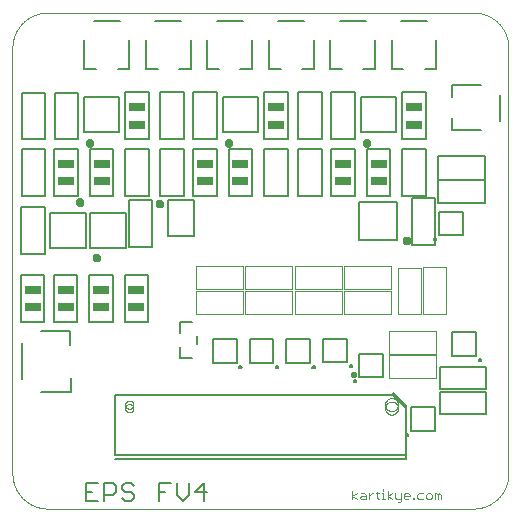
<source format=gto>
G75*
%MOIN*%
%OFA0B0*%
%FSLAX25Y25*%
%IPPOS*%
%LPD*%
%AMOC8*
5,1,8,0,0,1.08239X$1,22.5*
%
%ADD10C,0.00000*%
%ADD11C,0.00591*%
%ADD12C,0.00600*%
%ADD13C,0.01600*%
%ADD14C,0.00300*%
%ADD15C,0.00500*%
%ADD16R,0.05512X0.02559*%
D10*
X0013311Y0018636D02*
X0155043Y0018636D01*
X0155328Y0018639D01*
X0155614Y0018650D01*
X0155899Y0018667D01*
X0156183Y0018691D01*
X0156467Y0018722D01*
X0156750Y0018760D01*
X0157031Y0018805D01*
X0157312Y0018856D01*
X0157592Y0018914D01*
X0157870Y0018979D01*
X0158146Y0019051D01*
X0158420Y0019129D01*
X0158693Y0019214D01*
X0158963Y0019306D01*
X0159231Y0019404D01*
X0159497Y0019508D01*
X0159760Y0019619D01*
X0160020Y0019736D01*
X0160278Y0019859D01*
X0160532Y0019989D01*
X0160783Y0020125D01*
X0161031Y0020266D01*
X0161275Y0020414D01*
X0161516Y0020567D01*
X0161752Y0020727D01*
X0161985Y0020892D01*
X0162214Y0021062D01*
X0162439Y0021238D01*
X0162659Y0021420D01*
X0162875Y0021606D01*
X0163086Y0021798D01*
X0163293Y0021995D01*
X0163495Y0022197D01*
X0163692Y0022404D01*
X0163884Y0022615D01*
X0164070Y0022831D01*
X0164252Y0023051D01*
X0164428Y0023276D01*
X0164598Y0023505D01*
X0164763Y0023738D01*
X0164923Y0023974D01*
X0165076Y0024215D01*
X0165224Y0024459D01*
X0165365Y0024707D01*
X0165501Y0024958D01*
X0165631Y0025212D01*
X0165754Y0025470D01*
X0165871Y0025730D01*
X0165982Y0025993D01*
X0166086Y0026259D01*
X0166184Y0026527D01*
X0166276Y0026797D01*
X0166361Y0027070D01*
X0166439Y0027344D01*
X0166511Y0027620D01*
X0166576Y0027898D01*
X0166634Y0028178D01*
X0166685Y0028459D01*
X0166730Y0028740D01*
X0166768Y0029023D01*
X0166799Y0029307D01*
X0166823Y0029591D01*
X0166840Y0029876D01*
X0166851Y0030162D01*
X0166854Y0030447D01*
X0166854Y0172179D01*
X0166851Y0172464D01*
X0166840Y0172750D01*
X0166823Y0173035D01*
X0166799Y0173319D01*
X0166768Y0173603D01*
X0166730Y0173886D01*
X0166685Y0174167D01*
X0166634Y0174448D01*
X0166576Y0174728D01*
X0166511Y0175006D01*
X0166439Y0175282D01*
X0166361Y0175556D01*
X0166276Y0175829D01*
X0166184Y0176099D01*
X0166086Y0176367D01*
X0165982Y0176633D01*
X0165871Y0176896D01*
X0165754Y0177156D01*
X0165631Y0177414D01*
X0165501Y0177668D01*
X0165365Y0177919D01*
X0165224Y0178167D01*
X0165076Y0178411D01*
X0164923Y0178652D01*
X0164763Y0178888D01*
X0164598Y0179121D01*
X0164428Y0179350D01*
X0164252Y0179575D01*
X0164070Y0179795D01*
X0163884Y0180011D01*
X0163692Y0180222D01*
X0163495Y0180429D01*
X0163293Y0180631D01*
X0163086Y0180828D01*
X0162875Y0181020D01*
X0162659Y0181206D01*
X0162439Y0181388D01*
X0162214Y0181564D01*
X0161985Y0181734D01*
X0161752Y0181899D01*
X0161516Y0182059D01*
X0161275Y0182212D01*
X0161031Y0182360D01*
X0160783Y0182501D01*
X0160532Y0182637D01*
X0160278Y0182767D01*
X0160020Y0182890D01*
X0159760Y0183007D01*
X0159497Y0183118D01*
X0159231Y0183222D01*
X0158963Y0183320D01*
X0158693Y0183412D01*
X0158420Y0183497D01*
X0158146Y0183575D01*
X0157870Y0183647D01*
X0157592Y0183712D01*
X0157312Y0183770D01*
X0157031Y0183821D01*
X0156750Y0183866D01*
X0156467Y0183904D01*
X0156183Y0183935D01*
X0155899Y0183959D01*
X0155614Y0183976D01*
X0155328Y0183987D01*
X0155043Y0183990D01*
X0013311Y0183990D01*
X0013026Y0183987D01*
X0012740Y0183976D01*
X0012455Y0183959D01*
X0012171Y0183935D01*
X0011887Y0183904D01*
X0011604Y0183866D01*
X0011323Y0183821D01*
X0011042Y0183770D01*
X0010762Y0183712D01*
X0010484Y0183647D01*
X0010208Y0183575D01*
X0009934Y0183497D01*
X0009661Y0183412D01*
X0009391Y0183320D01*
X0009123Y0183222D01*
X0008857Y0183118D01*
X0008594Y0183007D01*
X0008334Y0182890D01*
X0008076Y0182767D01*
X0007822Y0182637D01*
X0007571Y0182501D01*
X0007323Y0182360D01*
X0007079Y0182212D01*
X0006838Y0182059D01*
X0006602Y0181899D01*
X0006369Y0181734D01*
X0006140Y0181564D01*
X0005915Y0181388D01*
X0005695Y0181206D01*
X0005479Y0181020D01*
X0005268Y0180828D01*
X0005061Y0180631D01*
X0004859Y0180429D01*
X0004662Y0180222D01*
X0004470Y0180011D01*
X0004284Y0179795D01*
X0004102Y0179575D01*
X0003926Y0179350D01*
X0003756Y0179121D01*
X0003591Y0178888D01*
X0003431Y0178652D01*
X0003278Y0178411D01*
X0003130Y0178167D01*
X0002989Y0177919D01*
X0002853Y0177668D01*
X0002723Y0177414D01*
X0002600Y0177156D01*
X0002483Y0176896D01*
X0002372Y0176633D01*
X0002268Y0176367D01*
X0002170Y0176099D01*
X0002078Y0175829D01*
X0001993Y0175556D01*
X0001915Y0175282D01*
X0001843Y0175006D01*
X0001778Y0174728D01*
X0001720Y0174448D01*
X0001669Y0174167D01*
X0001624Y0173886D01*
X0001586Y0173603D01*
X0001555Y0173319D01*
X0001531Y0173035D01*
X0001514Y0172750D01*
X0001503Y0172464D01*
X0001500Y0172179D01*
X0001500Y0030447D01*
X0001503Y0030162D01*
X0001514Y0029876D01*
X0001531Y0029591D01*
X0001555Y0029307D01*
X0001586Y0029023D01*
X0001624Y0028740D01*
X0001669Y0028459D01*
X0001720Y0028178D01*
X0001778Y0027898D01*
X0001843Y0027620D01*
X0001915Y0027344D01*
X0001993Y0027070D01*
X0002078Y0026797D01*
X0002170Y0026527D01*
X0002268Y0026259D01*
X0002372Y0025993D01*
X0002483Y0025730D01*
X0002600Y0025470D01*
X0002723Y0025212D01*
X0002853Y0024958D01*
X0002989Y0024707D01*
X0003130Y0024459D01*
X0003278Y0024215D01*
X0003431Y0023974D01*
X0003591Y0023738D01*
X0003756Y0023505D01*
X0003926Y0023276D01*
X0004102Y0023051D01*
X0004284Y0022831D01*
X0004470Y0022615D01*
X0004662Y0022404D01*
X0004859Y0022197D01*
X0005061Y0021995D01*
X0005268Y0021798D01*
X0005479Y0021606D01*
X0005695Y0021420D01*
X0005915Y0021238D01*
X0006140Y0021062D01*
X0006369Y0020892D01*
X0006602Y0020727D01*
X0006838Y0020567D01*
X0007079Y0020414D01*
X0007323Y0020266D01*
X0007571Y0020125D01*
X0007822Y0019989D01*
X0008076Y0019859D01*
X0008334Y0019736D01*
X0008594Y0019619D01*
X0008857Y0019508D01*
X0009123Y0019404D01*
X0009391Y0019306D01*
X0009661Y0019214D01*
X0009934Y0019129D01*
X0010208Y0019051D01*
X0010484Y0018979D01*
X0010762Y0018914D01*
X0011042Y0018856D01*
X0011323Y0018805D01*
X0011604Y0018760D01*
X0011887Y0018722D01*
X0012171Y0018691D01*
X0012455Y0018667D01*
X0012740Y0018650D01*
X0013026Y0018639D01*
X0013311Y0018636D01*
X0039098Y0052100D02*
X0039100Y0052174D01*
X0039106Y0052248D01*
X0039116Y0052321D01*
X0039130Y0052394D01*
X0039147Y0052466D01*
X0039169Y0052536D01*
X0039194Y0052606D01*
X0039223Y0052674D01*
X0039256Y0052740D01*
X0039292Y0052805D01*
X0039332Y0052867D01*
X0039374Y0052928D01*
X0039420Y0052986D01*
X0039469Y0053041D01*
X0039521Y0053094D01*
X0039576Y0053144D01*
X0039633Y0053190D01*
X0039693Y0053234D01*
X0039755Y0053274D01*
X0039819Y0053311D01*
X0039885Y0053345D01*
X0039953Y0053375D01*
X0040022Y0053401D01*
X0040093Y0053424D01*
X0040164Y0053442D01*
X0040237Y0053457D01*
X0040310Y0053468D01*
X0040384Y0053475D01*
X0040458Y0053478D01*
X0040531Y0053477D01*
X0040605Y0053472D01*
X0040679Y0053463D01*
X0040752Y0053450D01*
X0040824Y0053433D01*
X0040895Y0053413D01*
X0040965Y0053388D01*
X0041033Y0053360D01*
X0041100Y0053329D01*
X0041165Y0053293D01*
X0041228Y0053255D01*
X0041289Y0053213D01*
X0041348Y0053167D01*
X0041404Y0053119D01*
X0041457Y0053068D01*
X0041507Y0053014D01*
X0041555Y0052957D01*
X0041599Y0052898D01*
X0041641Y0052836D01*
X0041679Y0052773D01*
X0041713Y0052707D01*
X0041744Y0052640D01*
X0041771Y0052571D01*
X0041794Y0052501D01*
X0041814Y0052430D01*
X0041830Y0052357D01*
X0041842Y0052284D01*
X0041850Y0052211D01*
X0041854Y0052137D01*
X0041854Y0052063D01*
X0041850Y0051989D01*
X0041842Y0051916D01*
X0041830Y0051843D01*
X0041814Y0051770D01*
X0041794Y0051699D01*
X0041771Y0051629D01*
X0041744Y0051560D01*
X0041713Y0051493D01*
X0041679Y0051427D01*
X0041641Y0051364D01*
X0041599Y0051302D01*
X0041555Y0051243D01*
X0041507Y0051186D01*
X0041457Y0051132D01*
X0041404Y0051081D01*
X0041348Y0051033D01*
X0041289Y0050987D01*
X0041228Y0050945D01*
X0041165Y0050907D01*
X0041100Y0050871D01*
X0041033Y0050840D01*
X0040965Y0050812D01*
X0040895Y0050787D01*
X0040824Y0050767D01*
X0040752Y0050750D01*
X0040679Y0050737D01*
X0040605Y0050728D01*
X0040531Y0050723D01*
X0040458Y0050722D01*
X0040384Y0050725D01*
X0040310Y0050732D01*
X0040237Y0050743D01*
X0040164Y0050758D01*
X0040093Y0050776D01*
X0040022Y0050799D01*
X0039953Y0050825D01*
X0039885Y0050855D01*
X0039819Y0050889D01*
X0039755Y0050926D01*
X0039693Y0050966D01*
X0039633Y0051010D01*
X0039576Y0051056D01*
X0039521Y0051106D01*
X0039469Y0051159D01*
X0039420Y0051214D01*
X0039374Y0051272D01*
X0039332Y0051333D01*
X0039292Y0051395D01*
X0039256Y0051460D01*
X0039223Y0051526D01*
X0039194Y0051594D01*
X0039169Y0051664D01*
X0039147Y0051734D01*
X0039130Y0051806D01*
X0039116Y0051879D01*
X0039106Y0051952D01*
X0039100Y0052026D01*
X0039098Y0052100D01*
X0039098Y0053281D02*
X0039100Y0053355D01*
X0039106Y0053429D01*
X0039116Y0053502D01*
X0039130Y0053575D01*
X0039147Y0053647D01*
X0039169Y0053717D01*
X0039194Y0053787D01*
X0039223Y0053855D01*
X0039256Y0053921D01*
X0039292Y0053986D01*
X0039332Y0054048D01*
X0039374Y0054109D01*
X0039420Y0054167D01*
X0039469Y0054222D01*
X0039521Y0054275D01*
X0039576Y0054325D01*
X0039633Y0054371D01*
X0039693Y0054415D01*
X0039755Y0054455D01*
X0039819Y0054492D01*
X0039885Y0054526D01*
X0039953Y0054556D01*
X0040022Y0054582D01*
X0040093Y0054605D01*
X0040164Y0054623D01*
X0040237Y0054638D01*
X0040310Y0054649D01*
X0040384Y0054656D01*
X0040458Y0054659D01*
X0040531Y0054658D01*
X0040605Y0054653D01*
X0040679Y0054644D01*
X0040752Y0054631D01*
X0040824Y0054614D01*
X0040895Y0054594D01*
X0040965Y0054569D01*
X0041033Y0054541D01*
X0041100Y0054510D01*
X0041165Y0054474D01*
X0041228Y0054436D01*
X0041289Y0054394D01*
X0041348Y0054348D01*
X0041404Y0054300D01*
X0041457Y0054249D01*
X0041507Y0054195D01*
X0041555Y0054138D01*
X0041599Y0054079D01*
X0041641Y0054017D01*
X0041679Y0053954D01*
X0041713Y0053888D01*
X0041744Y0053821D01*
X0041771Y0053752D01*
X0041794Y0053682D01*
X0041814Y0053611D01*
X0041830Y0053538D01*
X0041842Y0053465D01*
X0041850Y0053392D01*
X0041854Y0053318D01*
X0041854Y0053244D01*
X0041850Y0053170D01*
X0041842Y0053097D01*
X0041830Y0053024D01*
X0041814Y0052951D01*
X0041794Y0052880D01*
X0041771Y0052810D01*
X0041744Y0052741D01*
X0041713Y0052674D01*
X0041679Y0052608D01*
X0041641Y0052545D01*
X0041599Y0052483D01*
X0041555Y0052424D01*
X0041507Y0052367D01*
X0041457Y0052313D01*
X0041404Y0052262D01*
X0041348Y0052214D01*
X0041289Y0052168D01*
X0041228Y0052126D01*
X0041165Y0052088D01*
X0041100Y0052052D01*
X0041033Y0052021D01*
X0040965Y0051993D01*
X0040895Y0051968D01*
X0040824Y0051948D01*
X0040752Y0051931D01*
X0040679Y0051918D01*
X0040605Y0051909D01*
X0040531Y0051904D01*
X0040458Y0051903D01*
X0040384Y0051906D01*
X0040310Y0051913D01*
X0040237Y0051924D01*
X0040164Y0051939D01*
X0040093Y0051957D01*
X0040022Y0051980D01*
X0039953Y0052006D01*
X0039885Y0052036D01*
X0039819Y0052070D01*
X0039755Y0052107D01*
X0039693Y0052147D01*
X0039633Y0052191D01*
X0039576Y0052237D01*
X0039521Y0052287D01*
X0039469Y0052340D01*
X0039420Y0052395D01*
X0039374Y0052453D01*
X0039332Y0052514D01*
X0039292Y0052576D01*
X0039256Y0052641D01*
X0039223Y0052707D01*
X0039194Y0052775D01*
X0039169Y0052845D01*
X0039147Y0052915D01*
X0039130Y0052987D01*
X0039116Y0053060D01*
X0039106Y0053133D01*
X0039100Y0053207D01*
X0039098Y0053281D01*
X0125713Y0053281D02*
X0125715Y0053374D01*
X0125721Y0053466D01*
X0125731Y0053558D01*
X0125745Y0053649D01*
X0125762Y0053740D01*
X0125784Y0053830D01*
X0125809Y0053919D01*
X0125838Y0054007D01*
X0125871Y0054093D01*
X0125908Y0054178D01*
X0125948Y0054262D01*
X0125992Y0054343D01*
X0126039Y0054423D01*
X0126089Y0054501D01*
X0126143Y0054576D01*
X0126200Y0054649D01*
X0126260Y0054719D01*
X0126323Y0054787D01*
X0126389Y0054852D01*
X0126457Y0054914D01*
X0126528Y0054974D01*
X0126602Y0055030D01*
X0126678Y0055083D01*
X0126756Y0055132D01*
X0126836Y0055179D01*
X0126918Y0055221D01*
X0127002Y0055261D01*
X0127087Y0055296D01*
X0127174Y0055328D01*
X0127262Y0055357D01*
X0127351Y0055381D01*
X0127441Y0055402D01*
X0127532Y0055418D01*
X0127624Y0055431D01*
X0127716Y0055440D01*
X0127809Y0055445D01*
X0127901Y0055446D01*
X0127994Y0055443D01*
X0128086Y0055436D01*
X0128178Y0055425D01*
X0128269Y0055410D01*
X0128360Y0055392D01*
X0128450Y0055369D01*
X0128538Y0055343D01*
X0128626Y0055313D01*
X0128712Y0055279D01*
X0128796Y0055242D01*
X0128879Y0055200D01*
X0128960Y0055156D01*
X0129040Y0055108D01*
X0129117Y0055057D01*
X0129191Y0055002D01*
X0129264Y0054944D01*
X0129334Y0054884D01*
X0129401Y0054820D01*
X0129465Y0054754D01*
X0129527Y0054684D01*
X0129585Y0054613D01*
X0129640Y0054539D01*
X0129692Y0054462D01*
X0129741Y0054383D01*
X0129787Y0054303D01*
X0129829Y0054220D01*
X0129867Y0054136D01*
X0129902Y0054050D01*
X0129933Y0053963D01*
X0129960Y0053875D01*
X0129983Y0053785D01*
X0130003Y0053695D01*
X0130019Y0053604D01*
X0130031Y0053512D01*
X0130039Y0053420D01*
X0130043Y0053327D01*
X0130043Y0053235D01*
X0130039Y0053142D01*
X0130031Y0053050D01*
X0130019Y0052958D01*
X0130003Y0052867D01*
X0129983Y0052777D01*
X0129960Y0052687D01*
X0129933Y0052599D01*
X0129902Y0052512D01*
X0129867Y0052426D01*
X0129829Y0052342D01*
X0129787Y0052259D01*
X0129741Y0052179D01*
X0129692Y0052100D01*
X0129640Y0052023D01*
X0129585Y0051949D01*
X0129527Y0051878D01*
X0129465Y0051808D01*
X0129401Y0051742D01*
X0129334Y0051678D01*
X0129264Y0051618D01*
X0129191Y0051560D01*
X0129117Y0051505D01*
X0129040Y0051454D01*
X0128961Y0051406D01*
X0128879Y0051362D01*
X0128796Y0051320D01*
X0128712Y0051283D01*
X0128626Y0051249D01*
X0128538Y0051219D01*
X0128450Y0051193D01*
X0128360Y0051170D01*
X0128269Y0051152D01*
X0128178Y0051137D01*
X0128086Y0051126D01*
X0127994Y0051119D01*
X0127901Y0051116D01*
X0127809Y0051117D01*
X0127716Y0051122D01*
X0127624Y0051131D01*
X0127532Y0051144D01*
X0127441Y0051160D01*
X0127351Y0051181D01*
X0127262Y0051205D01*
X0127174Y0051234D01*
X0127087Y0051266D01*
X0127002Y0051301D01*
X0126918Y0051341D01*
X0126836Y0051383D01*
X0126756Y0051430D01*
X0126678Y0051479D01*
X0126602Y0051532D01*
X0126528Y0051588D01*
X0126457Y0051648D01*
X0126389Y0051710D01*
X0126323Y0051775D01*
X0126260Y0051843D01*
X0126200Y0051913D01*
X0126143Y0051986D01*
X0126089Y0052061D01*
X0126039Y0052139D01*
X0125992Y0052219D01*
X0125948Y0052300D01*
X0125908Y0052384D01*
X0125871Y0052469D01*
X0125838Y0052555D01*
X0125809Y0052643D01*
X0125784Y0052732D01*
X0125762Y0052822D01*
X0125745Y0052913D01*
X0125731Y0053004D01*
X0125721Y0053096D01*
X0125715Y0053188D01*
X0125713Y0053281D01*
X0125713Y0052100D02*
X0125715Y0052193D01*
X0125721Y0052285D01*
X0125731Y0052377D01*
X0125745Y0052468D01*
X0125762Y0052559D01*
X0125784Y0052649D01*
X0125809Y0052738D01*
X0125838Y0052826D01*
X0125871Y0052912D01*
X0125908Y0052997D01*
X0125948Y0053081D01*
X0125992Y0053162D01*
X0126039Y0053242D01*
X0126089Y0053320D01*
X0126143Y0053395D01*
X0126200Y0053468D01*
X0126260Y0053538D01*
X0126323Y0053606D01*
X0126389Y0053671D01*
X0126457Y0053733D01*
X0126528Y0053793D01*
X0126602Y0053849D01*
X0126678Y0053902D01*
X0126756Y0053951D01*
X0126836Y0053998D01*
X0126918Y0054040D01*
X0127002Y0054080D01*
X0127087Y0054115D01*
X0127174Y0054147D01*
X0127262Y0054176D01*
X0127351Y0054200D01*
X0127441Y0054221D01*
X0127532Y0054237D01*
X0127624Y0054250D01*
X0127716Y0054259D01*
X0127809Y0054264D01*
X0127901Y0054265D01*
X0127994Y0054262D01*
X0128086Y0054255D01*
X0128178Y0054244D01*
X0128269Y0054229D01*
X0128360Y0054211D01*
X0128450Y0054188D01*
X0128538Y0054162D01*
X0128626Y0054132D01*
X0128712Y0054098D01*
X0128796Y0054061D01*
X0128879Y0054019D01*
X0128960Y0053975D01*
X0129040Y0053927D01*
X0129117Y0053876D01*
X0129191Y0053821D01*
X0129264Y0053763D01*
X0129334Y0053703D01*
X0129401Y0053639D01*
X0129465Y0053573D01*
X0129527Y0053503D01*
X0129585Y0053432D01*
X0129640Y0053358D01*
X0129692Y0053281D01*
X0129741Y0053202D01*
X0129787Y0053122D01*
X0129829Y0053039D01*
X0129867Y0052955D01*
X0129902Y0052869D01*
X0129933Y0052782D01*
X0129960Y0052694D01*
X0129983Y0052604D01*
X0130003Y0052514D01*
X0130019Y0052423D01*
X0130031Y0052331D01*
X0130039Y0052239D01*
X0130043Y0052146D01*
X0130043Y0052054D01*
X0130039Y0051961D01*
X0130031Y0051869D01*
X0130019Y0051777D01*
X0130003Y0051686D01*
X0129983Y0051596D01*
X0129960Y0051506D01*
X0129933Y0051418D01*
X0129902Y0051331D01*
X0129867Y0051245D01*
X0129829Y0051161D01*
X0129787Y0051078D01*
X0129741Y0050998D01*
X0129692Y0050919D01*
X0129640Y0050842D01*
X0129585Y0050768D01*
X0129527Y0050697D01*
X0129465Y0050627D01*
X0129401Y0050561D01*
X0129334Y0050497D01*
X0129264Y0050437D01*
X0129191Y0050379D01*
X0129117Y0050324D01*
X0129040Y0050273D01*
X0128961Y0050225D01*
X0128879Y0050181D01*
X0128796Y0050139D01*
X0128712Y0050102D01*
X0128626Y0050068D01*
X0128538Y0050038D01*
X0128450Y0050012D01*
X0128360Y0049989D01*
X0128269Y0049971D01*
X0128178Y0049956D01*
X0128086Y0049945D01*
X0127994Y0049938D01*
X0127901Y0049935D01*
X0127809Y0049936D01*
X0127716Y0049941D01*
X0127624Y0049950D01*
X0127532Y0049963D01*
X0127441Y0049979D01*
X0127351Y0050000D01*
X0127262Y0050024D01*
X0127174Y0050053D01*
X0127087Y0050085D01*
X0127002Y0050120D01*
X0126918Y0050160D01*
X0126836Y0050202D01*
X0126756Y0050249D01*
X0126678Y0050298D01*
X0126602Y0050351D01*
X0126528Y0050407D01*
X0126457Y0050467D01*
X0126389Y0050529D01*
X0126323Y0050594D01*
X0126260Y0050662D01*
X0126200Y0050732D01*
X0126143Y0050805D01*
X0126089Y0050880D01*
X0126039Y0050958D01*
X0125992Y0051038D01*
X0125948Y0051119D01*
X0125908Y0051203D01*
X0125871Y0051288D01*
X0125838Y0051374D01*
X0125809Y0051462D01*
X0125784Y0051551D01*
X0125762Y0051641D01*
X0125745Y0051732D01*
X0125731Y0051823D01*
X0125721Y0051915D01*
X0125715Y0052007D01*
X0125713Y0052100D01*
D11*
X0128272Y0056431D02*
X0035752Y0056431D01*
X0035752Y0036352D01*
X0132602Y0036352D01*
X0132602Y0052100D01*
X0128272Y0056431D01*
X0128272Y0057219D02*
X0132602Y0052888D01*
X0132602Y0035171D01*
X0035752Y0035171D01*
D12*
X0057504Y0068815D02*
X0061304Y0068815D01*
X0057504Y0068815D02*
X0057504Y0072415D01*
X0057504Y0077215D02*
X0057504Y0080815D01*
X0061304Y0080815D01*
X0063104Y0076115D02*
X0063104Y0073515D01*
X0046776Y0080841D02*
X0038902Y0080841D01*
X0038902Y0096589D01*
X0046776Y0096589D01*
X0046776Y0080841D01*
X0034965Y0080841D02*
X0034965Y0096589D01*
X0027091Y0096589D01*
X0027091Y0080841D01*
X0034965Y0080841D01*
X0023154Y0080841D02*
X0023154Y0096589D01*
X0015280Y0096589D01*
X0015280Y0080841D01*
X0023154Y0080841D01*
X0012130Y0080841D02*
X0012130Y0096589D01*
X0004256Y0096589D01*
X0004256Y0080841D01*
X0012130Y0080841D01*
X0012228Y0103380D02*
X0004354Y0103380D01*
X0004354Y0119128D01*
X0012228Y0119128D01*
X0012228Y0103380D01*
X0014098Y0105447D02*
X0014098Y0115683D01*
X0014104Y0115052D02*
X0014104Y0117252D01*
X0014098Y0117258D02*
X0025909Y0117258D01*
X0025909Y0105447D01*
X0014098Y0105447D01*
X0014104Y0105452D02*
X0014104Y0107652D01*
X0025904Y0107652D02*
X0025904Y0105452D01*
X0027484Y0105447D02*
X0027484Y0117258D01*
X0039295Y0117258D01*
X0039295Y0105447D01*
X0027484Y0105447D01*
X0027490Y0105452D02*
X0027490Y0107652D01*
X0027490Y0115052D02*
X0027490Y0117252D01*
X0025904Y0117252D02*
X0025904Y0115052D01*
X0027287Y0122770D02*
X0027287Y0138518D01*
X0035161Y0138518D01*
X0035161Y0122770D01*
X0027287Y0122770D01*
X0023350Y0122770D02*
X0015476Y0122770D01*
X0015476Y0138518D01*
X0023350Y0138518D01*
X0023350Y0122770D01*
X0012254Y0122815D02*
X0012254Y0138415D01*
X0004554Y0138415D01*
X0004554Y0122815D01*
X0012254Y0122815D01*
X0012254Y0141815D02*
X0004654Y0141815D01*
X0004654Y0157215D01*
X0012254Y0157215D01*
X0012254Y0141815D01*
X0015554Y0141815D02*
X0015554Y0157315D01*
X0023254Y0157315D01*
X0023254Y0141815D01*
X0015554Y0141815D01*
X0025324Y0144035D02*
X0025324Y0146235D01*
X0025354Y0144015D02*
X0037154Y0144015D01*
X0037154Y0155915D01*
X0025354Y0155915D01*
X0025324Y0155835D02*
X0025324Y0153635D01*
X0025354Y0155815D02*
X0025354Y0144015D01*
X0037124Y0144035D02*
X0037124Y0146235D01*
X0039098Y0141667D02*
X0039098Y0157415D01*
X0046972Y0157415D01*
X0046972Y0141667D01*
X0039098Y0141667D01*
X0039098Y0138518D02*
X0039098Y0122770D01*
X0046972Y0122770D01*
X0046972Y0138518D01*
X0039098Y0138518D01*
X0050713Y0138518D02*
X0058587Y0138518D01*
X0058587Y0122770D01*
X0050713Y0122770D01*
X0050713Y0138518D01*
X0050713Y0141667D02*
X0050713Y0157415D01*
X0058587Y0157415D01*
X0058587Y0141667D01*
X0050713Y0141667D01*
X0061736Y0141667D02*
X0069610Y0141667D01*
X0069610Y0157415D01*
X0061736Y0157415D01*
X0061736Y0141667D01*
X0061736Y0138518D02*
X0069610Y0138518D01*
X0069610Y0122770D01*
X0061736Y0122770D01*
X0061736Y0138518D01*
X0071579Y0144030D02*
X0071579Y0155841D01*
X0083390Y0155841D01*
X0083390Y0144030D01*
X0071579Y0144030D01*
X0071584Y0144035D02*
X0071584Y0146235D01*
X0071584Y0153635D02*
X0071584Y0155835D01*
X0083384Y0155835D02*
X0083384Y0153635D01*
X0085358Y0157415D02*
X0093232Y0157415D01*
X0093232Y0141667D01*
X0085358Y0141667D01*
X0085358Y0157415D01*
X0083384Y0146235D02*
X0083384Y0144035D01*
X0081421Y0138518D02*
X0073547Y0138518D01*
X0073547Y0122770D01*
X0081421Y0122770D01*
X0081421Y0138518D01*
X0085358Y0138518D02*
X0093232Y0138518D01*
X0093232Y0122770D01*
X0085358Y0122770D01*
X0085358Y0138518D01*
X0096776Y0138518D02*
X0104650Y0138518D01*
X0104650Y0122770D01*
X0096776Y0122770D01*
X0096776Y0138518D01*
X0096776Y0141667D02*
X0104650Y0141667D01*
X0104650Y0157415D01*
X0096776Y0157415D01*
X0096776Y0141667D01*
X0107799Y0141667D02*
X0115673Y0141667D01*
X0115673Y0157415D01*
X0107799Y0157415D01*
X0107799Y0141667D01*
X0107799Y0138518D02*
X0115673Y0138518D01*
X0115673Y0122770D01*
X0107799Y0122770D01*
X0107799Y0138518D01*
X0117642Y0144030D02*
X0129453Y0144030D01*
X0129453Y0155841D01*
X0117642Y0155841D01*
X0117647Y0155835D02*
X0117647Y0153635D01*
X0117642Y0153872D02*
X0117642Y0144030D01*
X0117647Y0144035D02*
X0117647Y0146235D01*
X0119610Y0138518D02*
X0127484Y0138518D01*
X0127484Y0122770D01*
X0119610Y0122770D01*
X0119610Y0138518D01*
X0129447Y0144035D02*
X0129447Y0146235D01*
X0131421Y0141667D02*
X0139295Y0141667D01*
X0139295Y0157415D01*
X0131421Y0157415D01*
X0131421Y0141667D01*
X0131421Y0138518D02*
X0139295Y0138518D01*
X0139295Y0122770D01*
X0131421Y0122770D01*
X0131421Y0138518D01*
X0143429Y0136057D02*
X0143429Y0128183D01*
X0143429Y0120506D01*
X0159079Y0120506D01*
X0159079Y0128183D01*
X0159079Y0136057D01*
X0143429Y0136057D01*
X0143429Y0128183D02*
X0159079Y0128183D01*
X0142445Y0122081D02*
X0142445Y0106530D01*
X0134571Y0106530D01*
X0134571Y0122081D01*
X0142445Y0122081D01*
X0129550Y0120702D02*
X0117150Y0120702D01*
X0117130Y0120722D02*
X0117130Y0108281D01*
X0117051Y0108281D01*
X0117150Y0108302D02*
X0129550Y0108302D01*
X0129531Y0108281D02*
X0129531Y0120683D01*
X0129413Y0120683D01*
X0129447Y0153635D02*
X0129447Y0155835D01*
X0061933Y0121589D02*
X0061933Y0109384D01*
X0061146Y0109384D01*
X0061506Y0109386D02*
X0053306Y0109386D01*
X0053232Y0109384D02*
X0053232Y0121589D01*
X0053547Y0121589D01*
X0053306Y0121586D02*
X0061506Y0121586D01*
X0061421Y0121589D02*
X0061933Y0121589D01*
X0053469Y0109384D02*
X0053232Y0109384D01*
X0048154Y0105841D02*
X0048154Y0121589D01*
X0040280Y0121589D01*
X0040280Y0105841D01*
X0048154Y0105841D01*
X0039290Y0105452D02*
X0039290Y0107652D01*
X0039290Y0115052D02*
X0039290Y0117252D01*
X0037124Y0153635D02*
X0037124Y0155835D01*
X0143921Y0065978D02*
X0143921Y0058400D01*
X0159374Y0058400D01*
X0159374Y0065978D01*
X0143921Y0065978D01*
X0143921Y0057612D02*
X0143921Y0050132D01*
X0159472Y0050132D01*
X0159472Y0057612D01*
X0143921Y0057612D01*
D13*
X0114886Y0063321D02*
X0114888Y0063348D01*
X0114894Y0063375D01*
X0114903Y0063401D01*
X0114916Y0063425D01*
X0114932Y0063448D01*
X0114951Y0063467D01*
X0114973Y0063484D01*
X0114997Y0063498D01*
X0115022Y0063508D01*
X0115049Y0063515D01*
X0115076Y0063518D01*
X0115104Y0063517D01*
X0115131Y0063512D01*
X0115157Y0063504D01*
X0115181Y0063492D01*
X0115204Y0063476D01*
X0115225Y0063458D01*
X0115242Y0063437D01*
X0115257Y0063413D01*
X0115268Y0063388D01*
X0115276Y0063362D01*
X0115280Y0063335D01*
X0115280Y0063307D01*
X0115276Y0063280D01*
X0115268Y0063254D01*
X0115257Y0063229D01*
X0115242Y0063205D01*
X0115225Y0063184D01*
X0115204Y0063166D01*
X0115182Y0063150D01*
X0115157Y0063138D01*
X0115131Y0063130D01*
X0115104Y0063125D01*
X0115076Y0063124D01*
X0115049Y0063127D01*
X0115022Y0063134D01*
X0114997Y0063144D01*
X0114973Y0063158D01*
X0114951Y0063175D01*
X0114932Y0063194D01*
X0114916Y0063217D01*
X0114903Y0063241D01*
X0114894Y0063267D01*
X0114888Y0063294D01*
X0114886Y0063321D01*
X0132400Y0108006D02*
X0132402Y0108053D01*
X0132408Y0108099D01*
X0132417Y0108145D01*
X0132431Y0108189D01*
X0132448Y0108233D01*
X0132469Y0108274D01*
X0132493Y0108314D01*
X0132520Y0108352D01*
X0132551Y0108387D01*
X0132584Y0108420D01*
X0132620Y0108450D01*
X0132659Y0108476D01*
X0132699Y0108500D01*
X0132741Y0108519D01*
X0132785Y0108536D01*
X0132830Y0108548D01*
X0132876Y0108557D01*
X0132922Y0108562D01*
X0132969Y0108563D01*
X0133015Y0108560D01*
X0133061Y0108553D01*
X0133107Y0108542D01*
X0133151Y0108528D01*
X0133194Y0108510D01*
X0133235Y0108488D01*
X0133275Y0108463D01*
X0133312Y0108435D01*
X0133347Y0108404D01*
X0133379Y0108370D01*
X0133408Y0108333D01*
X0133433Y0108295D01*
X0133456Y0108254D01*
X0133475Y0108211D01*
X0133490Y0108167D01*
X0133502Y0108122D01*
X0133510Y0108076D01*
X0133514Y0108029D01*
X0133514Y0107983D01*
X0133510Y0107936D01*
X0133502Y0107890D01*
X0133490Y0107845D01*
X0133475Y0107801D01*
X0133456Y0107758D01*
X0133433Y0107717D01*
X0133408Y0107679D01*
X0133379Y0107642D01*
X0133347Y0107608D01*
X0133312Y0107577D01*
X0133275Y0107549D01*
X0133236Y0107524D01*
X0133194Y0107502D01*
X0133151Y0107484D01*
X0133107Y0107470D01*
X0133061Y0107459D01*
X0133015Y0107452D01*
X0132969Y0107449D01*
X0132922Y0107450D01*
X0132876Y0107455D01*
X0132830Y0107464D01*
X0132785Y0107476D01*
X0132741Y0107493D01*
X0132699Y0107512D01*
X0132659Y0107536D01*
X0132620Y0107562D01*
X0132584Y0107592D01*
X0132551Y0107625D01*
X0132520Y0107660D01*
X0132493Y0107698D01*
X0132469Y0107738D01*
X0132448Y0107779D01*
X0132431Y0107823D01*
X0132417Y0107867D01*
X0132408Y0107913D01*
X0132402Y0107959D01*
X0132400Y0108006D01*
X0119053Y0140486D02*
X0119055Y0140533D01*
X0119061Y0140579D01*
X0119070Y0140625D01*
X0119084Y0140669D01*
X0119101Y0140713D01*
X0119122Y0140754D01*
X0119146Y0140794D01*
X0119173Y0140832D01*
X0119204Y0140867D01*
X0119237Y0140900D01*
X0119273Y0140930D01*
X0119312Y0140956D01*
X0119352Y0140980D01*
X0119394Y0140999D01*
X0119438Y0141016D01*
X0119483Y0141028D01*
X0119529Y0141037D01*
X0119575Y0141042D01*
X0119622Y0141043D01*
X0119668Y0141040D01*
X0119714Y0141033D01*
X0119760Y0141022D01*
X0119804Y0141008D01*
X0119847Y0140990D01*
X0119888Y0140968D01*
X0119928Y0140943D01*
X0119965Y0140915D01*
X0120000Y0140884D01*
X0120032Y0140850D01*
X0120061Y0140813D01*
X0120086Y0140775D01*
X0120109Y0140734D01*
X0120128Y0140691D01*
X0120143Y0140647D01*
X0120155Y0140602D01*
X0120163Y0140556D01*
X0120167Y0140509D01*
X0120167Y0140463D01*
X0120163Y0140416D01*
X0120155Y0140370D01*
X0120143Y0140325D01*
X0120128Y0140281D01*
X0120109Y0140238D01*
X0120086Y0140197D01*
X0120061Y0140159D01*
X0120032Y0140122D01*
X0120000Y0140088D01*
X0119965Y0140057D01*
X0119928Y0140029D01*
X0119889Y0140004D01*
X0119847Y0139982D01*
X0119804Y0139964D01*
X0119760Y0139950D01*
X0119714Y0139939D01*
X0119668Y0139932D01*
X0119622Y0139929D01*
X0119575Y0139930D01*
X0119529Y0139935D01*
X0119483Y0139944D01*
X0119438Y0139956D01*
X0119394Y0139973D01*
X0119352Y0139992D01*
X0119312Y0140016D01*
X0119273Y0140042D01*
X0119237Y0140072D01*
X0119204Y0140105D01*
X0119173Y0140140D01*
X0119146Y0140178D01*
X0119122Y0140218D01*
X0119101Y0140259D01*
X0119084Y0140303D01*
X0119070Y0140347D01*
X0119061Y0140393D01*
X0119055Y0140439D01*
X0119053Y0140486D01*
X0072990Y0140486D02*
X0072992Y0140533D01*
X0072998Y0140579D01*
X0073007Y0140625D01*
X0073021Y0140669D01*
X0073038Y0140713D01*
X0073059Y0140754D01*
X0073083Y0140794D01*
X0073110Y0140832D01*
X0073141Y0140867D01*
X0073174Y0140900D01*
X0073210Y0140930D01*
X0073249Y0140956D01*
X0073289Y0140980D01*
X0073331Y0140999D01*
X0073375Y0141016D01*
X0073420Y0141028D01*
X0073466Y0141037D01*
X0073512Y0141042D01*
X0073559Y0141043D01*
X0073605Y0141040D01*
X0073651Y0141033D01*
X0073697Y0141022D01*
X0073741Y0141008D01*
X0073784Y0140990D01*
X0073825Y0140968D01*
X0073865Y0140943D01*
X0073902Y0140915D01*
X0073937Y0140884D01*
X0073969Y0140850D01*
X0073998Y0140813D01*
X0074023Y0140775D01*
X0074046Y0140734D01*
X0074065Y0140691D01*
X0074080Y0140647D01*
X0074092Y0140602D01*
X0074100Y0140556D01*
X0074104Y0140509D01*
X0074104Y0140463D01*
X0074100Y0140416D01*
X0074092Y0140370D01*
X0074080Y0140325D01*
X0074065Y0140281D01*
X0074046Y0140238D01*
X0074023Y0140197D01*
X0073998Y0140159D01*
X0073969Y0140122D01*
X0073937Y0140088D01*
X0073902Y0140057D01*
X0073865Y0140029D01*
X0073826Y0140004D01*
X0073784Y0139982D01*
X0073741Y0139964D01*
X0073697Y0139950D01*
X0073651Y0139939D01*
X0073605Y0139932D01*
X0073559Y0139929D01*
X0073512Y0139930D01*
X0073466Y0139935D01*
X0073420Y0139944D01*
X0073375Y0139956D01*
X0073331Y0139973D01*
X0073289Y0139992D01*
X0073249Y0140016D01*
X0073210Y0140042D01*
X0073174Y0140072D01*
X0073141Y0140105D01*
X0073110Y0140140D01*
X0073083Y0140178D01*
X0073059Y0140218D01*
X0073038Y0140259D01*
X0073021Y0140303D01*
X0073007Y0140347D01*
X0072998Y0140393D01*
X0072992Y0140439D01*
X0072990Y0140486D01*
X0049919Y0120250D02*
X0049921Y0120297D01*
X0049927Y0120343D01*
X0049936Y0120389D01*
X0049950Y0120433D01*
X0049967Y0120477D01*
X0049988Y0120518D01*
X0050012Y0120558D01*
X0050039Y0120596D01*
X0050070Y0120631D01*
X0050103Y0120664D01*
X0050139Y0120694D01*
X0050178Y0120720D01*
X0050218Y0120744D01*
X0050260Y0120763D01*
X0050304Y0120780D01*
X0050349Y0120792D01*
X0050395Y0120801D01*
X0050441Y0120806D01*
X0050488Y0120807D01*
X0050534Y0120804D01*
X0050580Y0120797D01*
X0050626Y0120786D01*
X0050670Y0120772D01*
X0050713Y0120754D01*
X0050754Y0120732D01*
X0050794Y0120707D01*
X0050831Y0120679D01*
X0050866Y0120648D01*
X0050898Y0120614D01*
X0050927Y0120577D01*
X0050952Y0120539D01*
X0050975Y0120498D01*
X0050994Y0120455D01*
X0051009Y0120411D01*
X0051021Y0120366D01*
X0051029Y0120320D01*
X0051033Y0120273D01*
X0051033Y0120227D01*
X0051029Y0120180D01*
X0051021Y0120134D01*
X0051009Y0120089D01*
X0050994Y0120045D01*
X0050975Y0120002D01*
X0050952Y0119961D01*
X0050927Y0119923D01*
X0050898Y0119886D01*
X0050866Y0119852D01*
X0050831Y0119821D01*
X0050794Y0119793D01*
X0050755Y0119768D01*
X0050713Y0119746D01*
X0050670Y0119728D01*
X0050626Y0119714D01*
X0050580Y0119703D01*
X0050534Y0119696D01*
X0050488Y0119693D01*
X0050441Y0119694D01*
X0050395Y0119699D01*
X0050349Y0119708D01*
X0050304Y0119720D01*
X0050260Y0119737D01*
X0050218Y0119756D01*
X0050178Y0119780D01*
X0050139Y0119806D01*
X0050103Y0119836D01*
X0050070Y0119869D01*
X0050039Y0119904D01*
X0050012Y0119942D01*
X0049988Y0119982D01*
X0049967Y0120023D01*
X0049950Y0120067D01*
X0049936Y0120111D01*
X0049927Y0120157D01*
X0049921Y0120203D01*
X0049919Y0120250D01*
X0028896Y0102297D02*
X0028898Y0102344D01*
X0028904Y0102390D01*
X0028913Y0102436D01*
X0028927Y0102480D01*
X0028944Y0102524D01*
X0028965Y0102565D01*
X0028989Y0102605D01*
X0029016Y0102643D01*
X0029047Y0102678D01*
X0029080Y0102711D01*
X0029116Y0102741D01*
X0029155Y0102767D01*
X0029195Y0102791D01*
X0029237Y0102810D01*
X0029281Y0102827D01*
X0029326Y0102839D01*
X0029372Y0102848D01*
X0029418Y0102853D01*
X0029465Y0102854D01*
X0029511Y0102851D01*
X0029557Y0102844D01*
X0029603Y0102833D01*
X0029647Y0102819D01*
X0029690Y0102801D01*
X0029731Y0102779D01*
X0029771Y0102754D01*
X0029808Y0102726D01*
X0029843Y0102695D01*
X0029875Y0102661D01*
X0029904Y0102624D01*
X0029929Y0102586D01*
X0029952Y0102545D01*
X0029971Y0102502D01*
X0029986Y0102458D01*
X0029998Y0102413D01*
X0030006Y0102367D01*
X0030010Y0102320D01*
X0030010Y0102274D01*
X0030006Y0102227D01*
X0029998Y0102181D01*
X0029986Y0102136D01*
X0029971Y0102092D01*
X0029952Y0102049D01*
X0029929Y0102008D01*
X0029904Y0101970D01*
X0029875Y0101933D01*
X0029843Y0101899D01*
X0029808Y0101868D01*
X0029771Y0101840D01*
X0029732Y0101815D01*
X0029690Y0101793D01*
X0029647Y0101775D01*
X0029603Y0101761D01*
X0029557Y0101750D01*
X0029511Y0101743D01*
X0029465Y0101740D01*
X0029418Y0101741D01*
X0029372Y0101746D01*
X0029326Y0101755D01*
X0029281Y0101767D01*
X0029237Y0101784D01*
X0029195Y0101803D01*
X0029155Y0101827D01*
X0029116Y0101853D01*
X0029080Y0101883D01*
X0029047Y0101916D01*
X0029016Y0101951D01*
X0028989Y0101989D01*
X0028965Y0102029D01*
X0028944Y0102070D01*
X0028927Y0102114D01*
X0028913Y0102158D01*
X0028904Y0102204D01*
X0028898Y0102250D01*
X0028896Y0102297D01*
X0023384Y0120801D02*
X0023386Y0120848D01*
X0023392Y0120894D01*
X0023401Y0120940D01*
X0023415Y0120984D01*
X0023432Y0121028D01*
X0023453Y0121069D01*
X0023477Y0121109D01*
X0023504Y0121147D01*
X0023535Y0121182D01*
X0023568Y0121215D01*
X0023604Y0121245D01*
X0023643Y0121271D01*
X0023683Y0121295D01*
X0023725Y0121314D01*
X0023769Y0121331D01*
X0023814Y0121343D01*
X0023860Y0121352D01*
X0023906Y0121357D01*
X0023953Y0121358D01*
X0023999Y0121355D01*
X0024045Y0121348D01*
X0024091Y0121337D01*
X0024135Y0121323D01*
X0024178Y0121305D01*
X0024219Y0121283D01*
X0024259Y0121258D01*
X0024296Y0121230D01*
X0024331Y0121199D01*
X0024363Y0121165D01*
X0024392Y0121128D01*
X0024417Y0121090D01*
X0024440Y0121049D01*
X0024459Y0121006D01*
X0024474Y0120962D01*
X0024486Y0120917D01*
X0024494Y0120871D01*
X0024498Y0120824D01*
X0024498Y0120778D01*
X0024494Y0120731D01*
X0024486Y0120685D01*
X0024474Y0120640D01*
X0024459Y0120596D01*
X0024440Y0120553D01*
X0024417Y0120512D01*
X0024392Y0120474D01*
X0024363Y0120437D01*
X0024331Y0120403D01*
X0024296Y0120372D01*
X0024259Y0120344D01*
X0024220Y0120319D01*
X0024178Y0120297D01*
X0024135Y0120279D01*
X0024091Y0120265D01*
X0024045Y0120254D01*
X0023999Y0120247D01*
X0023953Y0120244D01*
X0023906Y0120245D01*
X0023860Y0120250D01*
X0023814Y0120259D01*
X0023769Y0120271D01*
X0023725Y0120288D01*
X0023683Y0120307D01*
X0023643Y0120331D01*
X0023604Y0120357D01*
X0023568Y0120387D01*
X0023535Y0120420D01*
X0023504Y0120455D01*
X0023477Y0120493D01*
X0023453Y0120533D01*
X0023432Y0120574D01*
X0023415Y0120618D01*
X0023401Y0120662D01*
X0023392Y0120708D01*
X0023386Y0120754D01*
X0023384Y0120801D01*
X0026730Y0140486D02*
X0026732Y0140533D01*
X0026738Y0140579D01*
X0026747Y0140625D01*
X0026761Y0140669D01*
X0026778Y0140713D01*
X0026799Y0140754D01*
X0026823Y0140794D01*
X0026850Y0140832D01*
X0026881Y0140867D01*
X0026914Y0140900D01*
X0026950Y0140930D01*
X0026989Y0140956D01*
X0027029Y0140980D01*
X0027071Y0140999D01*
X0027115Y0141016D01*
X0027160Y0141028D01*
X0027206Y0141037D01*
X0027252Y0141042D01*
X0027299Y0141043D01*
X0027345Y0141040D01*
X0027391Y0141033D01*
X0027437Y0141022D01*
X0027481Y0141008D01*
X0027524Y0140990D01*
X0027565Y0140968D01*
X0027605Y0140943D01*
X0027642Y0140915D01*
X0027677Y0140884D01*
X0027709Y0140850D01*
X0027738Y0140813D01*
X0027763Y0140775D01*
X0027786Y0140734D01*
X0027805Y0140691D01*
X0027820Y0140647D01*
X0027832Y0140602D01*
X0027840Y0140556D01*
X0027844Y0140509D01*
X0027844Y0140463D01*
X0027840Y0140416D01*
X0027832Y0140370D01*
X0027820Y0140325D01*
X0027805Y0140281D01*
X0027786Y0140238D01*
X0027763Y0140197D01*
X0027738Y0140159D01*
X0027709Y0140122D01*
X0027677Y0140088D01*
X0027642Y0140057D01*
X0027605Y0140029D01*
X0027566Y0140004D01*
X0027524Y0139982D01*
X0027481Y0139964D01*
X0027437Y0139950D01*
X0027391Y0139939D01*
X0027345Y0139932D01*
X0027299Y0139929D01*
X0027252Y0139930D01*
X0027206Y0139935D01*
X0027160Y0139944D01*
X0027115Y0139956D01*
X0027071Y0139973D01*
X0027029Y0139992D01*
X0026989Y0140016D01*
X0026950Y0140042D01*
X0026914Y0140072D01*
X0026881Y0140105D01*
X0026850Y0140140D01*
X0026823Y0140178D01*
X0026799Y0140218D01*
X0026778Y0140259D01*
X0026761Y0140303D01*
X0026747Y0140347D01*
X0026738Y0140393D01*
X0026732Y0140439D01*
X0026730Y0140486D01*
D14*
X0062720Y0099344D02*
X0062720Y0091667D01*
X0078272Y0091667D01*
X0078272Y0099344D01*
X0062720Y0099344D01*
X0062720Y0091077D02*
X0062720Y0083400D01*
X0078272Y0083400D01*
X0078272Y0091077D01*
X0062720Y0091077D01*
X0079157Y0091077D02*
X0079157Y0083400D01*
X0094709Y0083400D01*
X0094709Y0091077D01*
X0079157Y0091077D01*
X0079157Y0091667D02*
X0079157Y0099344D01*
X0094709Y0099344D01*
X0094709Y0091667D01*
X0079157Y0091667D01*
X0095693Y0091667D02*
X0095693Y0099344D01*
X0111244Y0099344D01*
X0111244Y0091667D01*
X0095693Y0091667D01*
X0095693Y0091077D02*
X0095693Y0083400D01*
X0111244Y0083400D01*
X0111244Y0091077D01*
X0095693Y0091077D01*
X0112031Y0091077D02*
X0112031Y0083400D01*
X0127583Y0083400D01*
X0127583Y0091077D01*
X0112031Y0091077D01*
X0112130Y0091667D02*
X0112130Y0099344D01*
X0127681Y0099344D01*
X0127681Y0091667D01*
X0112130Y0091667D01*
X0127091Y0077986D02*
X0127091Y0070309D01*
X0142642Y0070309D01*
X0142642Y0077986D01*
X0127091Y0077986D01*
X0130142Y0083400D02*
X0137819Y0083400D01*
X0137819Y0098951D01*
X0130142Y0098951D01*
X0130142Y0083400D01*
X0138311Y0083498D02*
X0146087Y0083498D01*
X0146087Y0099049D01*
X0138311Y0099049D01*
X0138311Y0083498D01*
X0142642Y0069817D02*
X0127091Y0069817D01*
X0127091Y0062140D01*
X0142642Y0062140D01*
X0142642Y0069817D01*
X0126625Y0024641D02*
X0126625Y0021739D01*
X0126625Y0022706D02*
X0128076Y0023674D01*
X0129080Y0023674D02*
X0129080Y0022222D01*
X0129564Y0021739D01*
X0131015Y0021739D01*
X0131015Y0021255D02*
X0130532Y0020771D01*
X0130048Y0020771D01*
X0131015Y0021255D02*
X0131015Y0023674D01*
X0132027Y0023190D02*
X0132027Y0022222D01*
X0132511Y0021739D01*
X0133478Y0021739D01*
X0133962Y0022706D02*
X0132027Y0022706D01*
X0132027Y0023190D02*
X0132511Y0023674D01*
X0133478Y0023674D01*
X0133962Y0023190D01*
X0133962Y0022706D01*
X0134973Y0022222D02*
X0135457Y0022222D01*
X0135457Y0021739D01*
X0134973Y0021739D01*
X0134973Y0022222D01*
X0136447Y0022222D02*
X0136447Y0023190D01*
X0136930Y0023674D01*
X0138382Y0023674D01*
X0139393Y0023190D02*
X0139393Y0022222D01*
X0139877Y0021739D01*
X0140845Y0021739D01*
X0141328Y0022222D01*
X0141328Y0023190D01*
X0140845Y0023674D01*
X0139877Y0023674D01*
X0139393Y0023190D01*
X0138382Y0021739D02*
X0136930Y0021739D01*
X0136447Y0022222D01*
X0142340Y0021739D02*
X0142340Y0023674D01*
X0142824Y0023674D01*
X0143307Y0023190D01*
X0143791Y0023674D01*
X0144275Y0023190D01*
X0144275Y0021739D01*
X0143307Y0021739D02*
X0143307Y0023190D01*
X0128076Y0021739D02*
X0126625Y0022706D01*
X0125628Y0021739D02*
X0124661Y0021739D01*
X0125144Y0021739D02*
X0125144Y0023674D01*
X0124661Y0023674D01*
X0123664Y0023674D02*
X0122696Y0023674D01*
X0123180Y0024157D02*
X0123180Y0022222D01*
X0123664Y0021739D01*
X0121692Y0023674D02*
X0121208Y0023674D01*
X0120241Y0022706D01*
X0120241Y0021739D02*
X0120241Y0023674D01*
X0119229Y0023190D02*
X0119229Y0021739D01*
X0117778Y0021739D01*
X0117294Y0022222D01*
X0117778Y0022706D01*
X0119229Y0022706D01*
X0119229Y0023190D02*
X0118746Y0023674D01*
X0117778Y0023674D01*
X0116290Y0023674D02*
X0114839Y0022706D01*
X0116290Y0021739D01*
X0114839Y0021739D02*
X0114839Y0024641D01*
X0125144Y0024641D02*
X0125144Y0025125D01*
D15*
X0132602Y0043242D02*
X0132604Y0043281D01*
X0132610Y0043320D01*
X0132620Y0043358D01*
X0132633Y0043395D01*
X0132650Y0043430D01*
X0132670Y0043464D01*
X0132694Y0043495D01*
X0132721Y0043524D01*
X0132750Y0043550D01*
X0132782Y0043573D01*
X0132816Y0043593D01*
X0132852Y0043609D01*
X0132889Y0043621D01*
X0132928Y0043630D01*
X0132967Y0043635D01*
X0133006Y0043636D01*
X0133045Y0043633D01*
X0133084Y0043626D01*
X0133121Y0043615D01*
X0133158Y0043601D01*
X0133193Y0043583D01*
X0133226Y0043562D01*
X0133257Y0043537D01*
X0133285Y0043510D01*
X0133310Y0043480D01*
X0133332Y0043447D01*
X0133351Y0043413D01*
X0133366Y0043377D01*
X0133378Y0043339D01*
X0133386Y0043301D01*
X0133390Y0043262D01*
X0133390Y0043222D01*
X0133386Y0043183D01*
X0133378Y0043145D01*
X0133366Y0043107D01*
X0133351Y0043071D01*
X0133332Y0043037D01*
X0133310Y0043004D01*
X0133285Y0042974D01*
X0133257Y0042947D01*
X0133226Y0042922D01*
X0133193Y0042901D01*
X0133158Y0042883D01*
X0133121Y0042869D01*
X0133084Y0042858D01*
X0133045Y0042851D01*
X0133006Y0042848D01*
X0132967Y0042849D01*
X0132928Y0042854D01*
X0132889Y0042863D01*
X0132852Y0042875D01*
X0132816Y0042891D01*
X0132782Y0042911D01*
X0132750Y0042934D01*
X0132721Y0042960D01*
X0132694Y0042989D01*
X0132670Y0043020D01*
X0132650Y0043054D01*
X0132633Y0043089D01*
X0132620Y0043126D01*
X0132610Y0043164D01*
X0132604Y0043203D01*
X0132602Y0043242D01*
X0134374Y0044522D02*
X0142248Y0044522D01*
X0142248Y0052396D01*
X0134374Y0052396D01*
X0134374Y0044522D01*
X0125024Y0062435D02*
X0117150Y0062435D01*
X0117150Y0070309D01*
X0125024Y0070309D01*
X0125024Y0062435D01*
X0115378Y0061156D02*
X0115380Y0061195D01*
X0115386Y0061234D01*
X0115396Y0061272D01*
X0115409Y0061309D01*
X0115426Y0061344D01*
X0115446Y0061378D01*
X0115470Y0061409D01*
X0115497Y0061438D01*
X0115526Y0061464D01*
X0115558Y0061487D01*
X0115592Y0061507D01*
X0115628Y0061523D01*
X0115665Y0061535D01*
X0115704Y0061544D01*
X0115743Y0061549D01*
X0115782Y0061550D01*
X0115821Y0061547D01*
X0115860Y0061540D01*
X0115897Y0061529D01*
X0115934Y0061515D01*
X0115969Y0061497D01*
X0116002Y0061476D01*
X0116033Y0061451D01*
X0116061Y0061424D01*
X0116086Y0061394D01*
X0116108Y0061361D01*
X0116127Y0061327D01*
X0116142Y0061291D01*
X0116154Y0061253D01*
X0116162Y0061215D01*
X0116166Y0061176D01*
X0116166Y0061136D01*
X0116162Y0061097D01*
X0116154Y0061059D01*
X0116142Y0061021D01*
X0116127Y0060985D01*
X0116108Y0060951D01*
X0116086Y0060918D01*
X0116061Y0060888D01*
X0116033Y0060861D01*
X0116002Y0060836D01*
X0115969Y0060815D01*
X0115934Y0060797D01*
X0115897Y0060783D01*
X0115860Y0060772D01*
X0115821Y0060765D01*
X0115782Y0060762D01*
X0115743Y0060763D01*
X0115704Y0060768D01*
X0115665Y0060777D01*
X0115628Y0060789D01*
X0115592Y0060805D01*
X0115558Y0060825D01*
X0115526Y0060848D01*
X0115497Y0060874D01*
X0115470Y0060903D01*
X0115446Y0060934D01*
X0115426Y0060968D01*
X0115409Y0061003D01*
X0115396Y0061040D01*
X0115386Y0061078D01*
X0115380Y0061117D01*
X0115378Y0061156D01*
X0113901Y0066077D02*
X0113903Y0066116D01*
X0113909Y0066155D01*
X0113919Y0066193D01*
X0113932Y0066230D01*
X0113949Y0066265D01*
X0113969Y0066299D01*
X0113993Y0066330D01*
X0114020Y0066359D01*
X0114049Y0066385D01*
X0114081Y0066408D01*
X0114115Y0066428D01*
X0114151Y0066444D01*
X0114188Y0066456D01*
X0114227Y0066465D01*
X0114266Y0066470D01*
X0114305Y0066471D01*
X0114344Y0066468D01*
X0114383Y0066461D01*
X0114420Y0066450D01*
X0114457Y0066436D01*
X0114492Y0066418D01*
X0114525Y0066397D01*
X0114556Y0066372D01*
X0114584Y0066345D01*
X0114609Y0066315D01*
X0114631Y0066282D01*
X0114650Y0066248D01*
X0114665Y0066212D01*
X0114677Y0066174D01*
X0114685Y0066136D01*
X0114689Y0066097D01*
X0114689Y0066057D01*
X0114685Y0066018D01*
X0114677Y0065980D01*
X0114665Y0065942D01*
X0114650Y0065906D01*
X0114631Y0065872D01*
X0114609Y0065839D01*
X0114584Y0065809D01*
X0114556Y0065782D01*
X0114525Y0065757D01*
X0114492Y0065736D01*
X0114457Y0065718D01*
X0114420Y0065704D01*
X0114383Y0065693D01*
X0114344Y0065686D01*
X0114305Y0065683D01*
X0114266Y0065684D01*
X0114227Y0065689D01*
X0114188Y0065698D01*
X0114151Y0065710D01*
X0114115Y0065726D01*
X0114081Y0065746D01*
X0114049Y0065769D01*
X0114020Y0065795D01*
X0113993Y0065824D01*
X0113969Y0065855D01*
X0113949Y0065889D01*
X0113932Y0065924D01*
X0113919Y0065961D01*
X0113909Y0065999D01*
X0113903Y0066038D01*
X0113901Y0066077D01*
X0113016Y0067455D02*
X0113016Y0075329D01*
X0105142Y0075329D01*
X0105142Y0067455D01*
X0113016Y0067455D01*
X0101500Y0065781D02*
X0101502Y0065820D01*
X0101508Y0065859D01*
X0101518Y0065897D01*
X0101531Y0065934D01*
X0101548Y0065969D01*
X0101568Y0066003D01*
X0101592Y0066034D01*
X0101619Y0066063D01*
X0101648Y0066089D01*
X0101680Y0066112D01*
X0101714Y0066132D01*
X0101750Y0066148D01*
X0101787Y0066160D01*
X0101826Y0066169D01*
X0101865Y0066174D01*
X0101904Y0066175D01*
X0101943Y0066172D01*
X0101982Y0066165D01*
X0102019Y0066154D01*
X0102056Y0066140D01*
X0102091Y0066122D01*
X0102124Y0066101D01*
X0102155Y0066076D01*
X0102183Y0066049D01*
X0102208Y0066019D01*
X0102230Y0065986D01*
X0102249Y0065952D01*
X0102264Y0065916D01*
X0102276Y0065878D01*
X0102284Y0065840D01*
X0102288Y0065801D01*
X0102288Y0065761D01*
X0102284Y0065722D01*
X0102276Y0065684D01*
X0102264Y0065646D01*
X0102249Y0065610D01*
X0102230Y0065576D01*
X0102208Y0065543D01*
X0102183Y0065513D01*
X0102155Y0065486D01*
X0102124Y0065461D01*
X0102091Y0065440D01*
X0102056Y0065422D01*
X0102019Y0065408D01*
X0101982Y0065397D01*
X0101943Y0065390D01*
X0101904Y0065387D01*
X0101865Y0065388D01*
X0101826Y0065393D01*
X0101787Y0065402D01*
X0101750Y0065414D01*
X0101714Y0065430D01*
X0101680Y0065450D01*
X0101648Y0065473D01*
X0101619Y0065499D01*
X0101592Y0065528D01*
X0101568Y0065559D01*
X0101548Y0065593D01*
X0101531Y0065628D01*
X0101518Y0065665D01*
X0101508Y0065703D01*
X0101502Y0065742D01*
X0101500Y0065781D01*
X0100614Y0067159D02*
X0100614Y0075033D01*
X0092740Y0075033D01*
X0092740Y0067159D01*
X0100614Y0067159D01*
X0089295Y0065781D02*
X0089297Y0065820D01*
X0089303Y0065859D01*
X0089313Y0065897D01*
X0089326Y0065934D01*
X0089343Y0065969D01*
X0089363Y0066003D01*
X0089387Y0066034D01*
X0089414Y0066063D01*
X0089443Y0066089D01*
X0089475Y0066112D01*
X0089509Y0066132D01*
X0089545Y0066148D01*
X0089582Y0066160D01*
X0089621Y0066169D01*
X0089660Y0066174D01*
X0089699Y0066175D01*
X0089738Y0066172D01*
X0089777Y0066165D01*
X0089814Y0066154D01*
X0089851Y0066140D01*
X0089886Y0066122D01*
X0089919Y0066101D01*
X0089950Y0066076D01*
X0089978Y0066049D01*
X0090003Y0066019D01*
X0090025Y0065986D01*
X0090044Y0065952D01*
X0090059Y0065916D01*
X0090071Y0065878D01*
X0090079Y0065840D01*
X0090083Y0065801D01*
X0090083Y0065761D01*
X0090079Y0065722D01*
X0090071Y0065684D01*
X0090059Y0065646D01*
X0090044Y0065610D01*
X0090025Y0065576D01*
X0090003Y0065543D01*
X0089978Y0065513D01*
X0089950Y0065486D01*
X0089919Y0065461D01*
X0089886Y0065440D01*
X0089851Y0065422D01*
X0089814Y0065408D01*
X0089777Y0065397D01*
X0089738Y0065390D01*
X0089699Y0065387D01*
X0089660Y0065388D01*
X0089621Y0065393D01*
X0089582Y0065402D01*
X0089545Y0065414D01*
X0089509Y0065430D01*
X0089475Y0065450D01*
X0089443Y0065473D01*
X0089414Y0065499D01*
X0089387Y0065528D01*
X0089363Y0065559D01*
X0089343Y0065593D01*
X0089326Y0065628D01*
X0089313Y0065665D01*
X0089303Y0065703D01*
X0089297Y0065742D01*
X0089295Y0065781D01*
X0088409Y0067159D02*
X0088409Y0075033D01*
X0080535Y0075033D01*
X0080535Y0067159D01*
X0088409Y0067159D01*
X0077090Y0065781D02*
X0077092Y0065820D01*
X0077098Y0065859D01*
X0077108Y0065897D01*
X0077121Y0065934D01*
X0077138Y0065969D01*
X0077158Y0066003D01*
X0077182Y0066034D01*
X0077209Y0066063D01*
X0077238Y0066089D01*
X0077270Y0066112D01*
X0077304Y0066132D01*
X0077340Y0066148D01*
X0077377Y0066160D01*
X0077416Y0066169D01*
X0077455Y0066174D01*
X0077494Y0066175D01*
X0077533Y0066172D01*
X0077572Y0066165D01*
X0077609Y0066154D01*
X0077646Y0066140D01*
X0077681Y0066122D01*
X0077714Y0066101D01*
X0077745Y0066076D01*
X0077773Y0066049D01*
X0077798Y0066019D01*
X0077820Y0065986D01*
X0077839Y0065952D01*
X0077854Y0065916D01*
X0077866Y0065878D01*
X0077874Y0065840D01*
X0077878Y0065801D01*
X0077878Y0065761D01*
X0077874Y0065722D01*
X0077866Y0065684D01*
X0077854Y0065646D01*
X0077839Y0065610D01*
X0077820Y0065576D01*
X0077798Y0065543D01*
X0077773Y0065513D01*
X0077745Y0065486D01*
X0077714Y0065461D01*
X0077681Y0065440D01*
X0077646Y0065422D01*
X0077609Y0065408D01*
X0077572Y0065397D01*
X0077533Y0065390D01*
X0077494Y0065387D01*
X0077455Y0065388D01*
X0077416Y0065393D01*
X0077377Y0065402D01*
X0077340Y0065414D01*
X0077304Y0065430D01*
X0077270Y0065450D01*
X0077238Y0065473D01*
X0077209Y0065499D01*
X0077182Y0065528D01*
X0077158Y0065559D01*
X0077138Y0065593D01*
X0077121Y0065628D01*
X0077108Y0065665D01*
X0077098Y0065703D01*
X0077092Y0065742D01*
X0077090Y0065781D01*
X0076205Y0067159D02*
X0076205Y0075033D01*
X0068331Y0075033D01*
X0068331Y0067159D01*
X0076205Y0067159D01*
X0065478Y0027156D02*
X0062426Y0024104D01*
X0066496Y0024104D01*
X0065478Y0027156D02*
X0065478Y0021051D01*
X0060419Y0023086D02*
X0060419Y0027156D01*
X0060419Y0023086D02*
X0058384Y0021051D01*
X0056349Y0023086D01*
X0056349Y0027156D01*
X0054341Y0027156D02*
X0050271Y0027156D01*
X0050271Y0021051D01*
X0050271Y0024104D02*
X0052306Y0024104D01*
X0042187Y0023086D02*
X0042187Y0022069D01*
X0041170Y0021051D01*
X0039135Y0021051D01*
X0038117Y0022069D01*
X0039135Y0024104D02*
X0041170Y0024104D01*
X0042187Y0023086D01*
X0042187Y0026139D02*
X0041170Y0027156D01*
X0039135Y0027156D01*
X0038117Y0026139D01*
X0038117Y0025121D01*
X0039135Y0024104D01*
X0036110Y0024104D02*
X0036110Y0026139D01*
X0035092Y0027156D01*
X0032040Y0027156D01*
X0032040Y0021051D01*
X0032040Y0023086D02*
X0035092Y0023086D01*
X0036110Y0024104D01*
X0030033Y0027156D02*
X0025963Y0027156D01*
X0025963Y0021051D01*
X0030033Y0021051D01*
X0027998Y0024104D02*
X0025963Y0024104D01*
X0021185Y0057415D02*
X0010949Y0057415D01*
X0004650Y0061746D02*
X0004650Y0073951D01*
X0010949Y0077888D02*
X0020791Y0077888D01*
X0020791Y0073163D01*
X0021185Y0062140D02*
X0021185Y0057415D01*
X0025516Y0165093D02*
X0029453Y0165093D01*
X0025516Y0165093D02*
X0025516Y0174935D01*
X0028665Y0181234D02*
X0037327Y0181234D01*
X0040476Y0174935D02*
X0040476Y0165093D01*
X0036539Y0165093D01*
X0045988Y0165093D02*
X0049925Y0165093D01*
X0045988Y0165093D02*
X0045988Y0174935D01*
X0049138Y0181234D02*
X0057799Y0181234D01*
X0060949Y0174935D02*
X0060949Y0165093D01*
X0057012Y0165093D01*
X0066461Y0165093D02*
X0070398Y0165093D01*
X0066461Y0165093D02*
X0066461Y0174935D01*
X0069610Y0181234D02*
X0078272Y0181234D01*
X0081421Y0174935D02*
X0081421Y0165093D01*
X0077484Y0165093D01*
X0086933Y0165093D02*
X0086933Y0174935D01*
X0090083Y0181234D02*
X0098744Y0181234D01*
X0101894Y0174935D02*
X0101894Y0165093D01*
X0097957Y0165093D01*
X0090870Y0165093D02*
X0086933Y0165093D01*
X0107406Y0165093D02*
X0111343Y0165093D01*
X0107406Y0165093D02*
X0107406Y0174935D01*
X0110555Y0181234D02*
X0119217Y0181234D01*
X0122366Y0174935D02*
X0122366Y0165093D01*
X0118429Y0165093D01*
X0127878Y0165093D02*
X0127878Y0174935D01*
X0131028Y0181234D02*
X0139689Y0181234D01*
X0142839Y0174935D02*
X0142839Y0165093D01*
X0138902Y0165093D01*
X0131815Y0165093D02*
X0127878Y0165093D01*
X0147957Y0159778D02*
X0147957Y0155841D01*
X0147957Y0159778D02*
X0157799Y0159778D01*
X0164098Y0156628D02*
X0164098Y0147967D01*
X0157799Y0144817D02*
X0147957Y0144817D01*
X0147957Y0148754D01*
X0151598Y0117652D02*
X0143724Y0117652D01*
X0143724Y0109778D01*
X0151598Y0109778D01*
X0151598Y0117652D01*
X0141952Y0108498D02*
X0141954Y0108537D01*
X0141960Y0108576D01*
X0141970Y0108614D01*
X0141983Y0108651D01*
X0142000Y0108686D01*
X0142020Y0108720D01*
X0142044Y0108751D01*
X0142071Y0108780D01*
X0142100Y0108806D01*
X0142132Y0108829D01*
X0142166Y0108849D01*
X0142202Y0108865D01*
X0142239Y0108877D01*
X0142278Y0108886D01*
X0142317Y0108891D01*
X0142356Y0108892D01*
X0142395Y0108889D01*
X0142434Y0108882D01*
X0142471Y0108871D01*
X0142508Y0108857D01*
X0142543Y0108839D01*
X0142576Y0108818D01*
X0142607Y0108793D01*
X0142635Y0108766D01*
X0142660Y0108736D01*
X0142682Y0108703D01*
X0142701Y0108669D01*
X0142716Y0108633D01*
X0142728Y0108595D01*
X0142736Y0108557D01*
X0142740Y0108518D01*
X0142740Y0108478D01*
X0142736Y0108439D01*
X0142728Y0108401D01*
X0142716Y0108363D01*
X0142701Y0108327D01*
X0142682Y0108293D01*
X0142660Y0108260D01*
X0142635Y0108230D01*
X0142607Y0108203D01*
X0142576Y0108178D01*
X0142543Y0108157D01*
X0142508Y0108139D01*
X0142471Y0108125D01*
X0142434Y0108114D01*
X0142395Y0108107D01*
X0142356Y0108104D01*
X0142317Y0108105D01*
X0142278Y0108110D01*
X0142239Y0108119D01*
X0142202Y0108131D01*
X0142166Y0108147D01*
X0142132Y0108167D01*
X0142100Y0108190D01*
X0142071Y0108216D01*
X0142044Y0108245D01*
X0142020Y0108276D01*
X0142000Y0108310D01*
X0141983Y0108345D01*
X0141970Y0108382D01*
X0141960Y0108420D01*
X0141954Y0108459D01*
X0141952Y0108498D01*
X0148154Y0077494D02*
X0156028Y0077494D01*
X0156028Y0069620D01*
X0148154Y0069620D01*
X0148154Y0077494D01*
X0156913Y0068242D02*
X0156915Y0068281D01*
X0156921Y0068320D01*
X0156931Y0068358D01*
X0156944Y0068395D01*
X0156961Y0068430D01*
X0156981Y0068464D01*
X0157005Y0068495D01*
X0157032Y0068524D01*
X0157061Y0068550D01*
X0157093Y0068573D01*
X0157127Y0068593D01*
X0157163Y0068609D01*
X0157200Y0068621D01*
X0157239Y0068630D01*
X0157278Y0068635D01*
X0157317Y0068636D01*
X0157356Y0068633D01*
X0157395Y0068626D01*
X0157432Y0068615D01*
X0157469Y0068601D01*
X0157504Y0068583D01*
X0157537Y0068562D01*
X0157568Y0068537D01*
X0157596Y0068510D01*
X0157621Y0068480D01*
X0157643Y0068447D01*
X0157662Y0068413D01*
X0157677Y0068377D01*
X0157689Y0068339D01*
X0157697Y0068301D01*
X0157701Y0068262D01*
X0157701Y0068222D01*
X0157697Y0068183D01*
X0157689Y0068145D01*
X0157677Y0068107D01*
X0157662Y0068071D01*
X0157643Y0068037D01*
X0157621Y0068004D01*
X0157596Y0067974D01*
X0157568Y0067947D01*
X0157537Y0067922D01*
X0157504Y0067901D01*
X0157469Y0067883D01*
X0157432Y0067869D01*
X0157395Y0067858D01*
X0157356Y0067851D01*
X0157317Y0067848D01*
X0157278Y0067849D01*
X0157239Y0067854D01*
X0157200Y0067863D01*
X0157163Y0067875D01*
X0157127Y0067891D01*
X0157093Y0067911D01*
X0157061Y0067934D01*
X0157032Y0067960D01*
X0157005Y0067989D01*
X0156981Y0068020D01*
X0156961Y0068054D01*
X0156944Y0068089D01*
X0156931Y0068126D01*
X0156921Y0068164D01*
X0156915Y0068203D01*
X0156913Y0068242D01*
D16*
X0123541Y0127723D03*
X0123541Y0133523D03*
X0111742Y0133564D03*
X0111742Y0127764D03*
X0089301Y0146662D03*
X0089301Y0152462D03*
X0077478Y0133523D03*
X0077478Y0127723D03*
X0065679Y0127764D03*
X0065679Y0133564D03*
X0043041Y0146662D03*
X0043041Y0152462D03*
X0031219Y0133523D03*
X0031219Y0127723D03*
X0019419Y0127764D03*
X0019419Y0133564D03*
X0019211Y0091594D03*
X0019211Y0085794D03*
X0008199Y0085835D03*
X0008199Y0091635D03*
X0031022Y0091594D03*
X0031022Y0085794D03*
X0042844Y0085835D03*
X0042844Y0091635D03*
X0135364Y0146662D03*
X0135364Y0152462D03*
M02*

</source>
